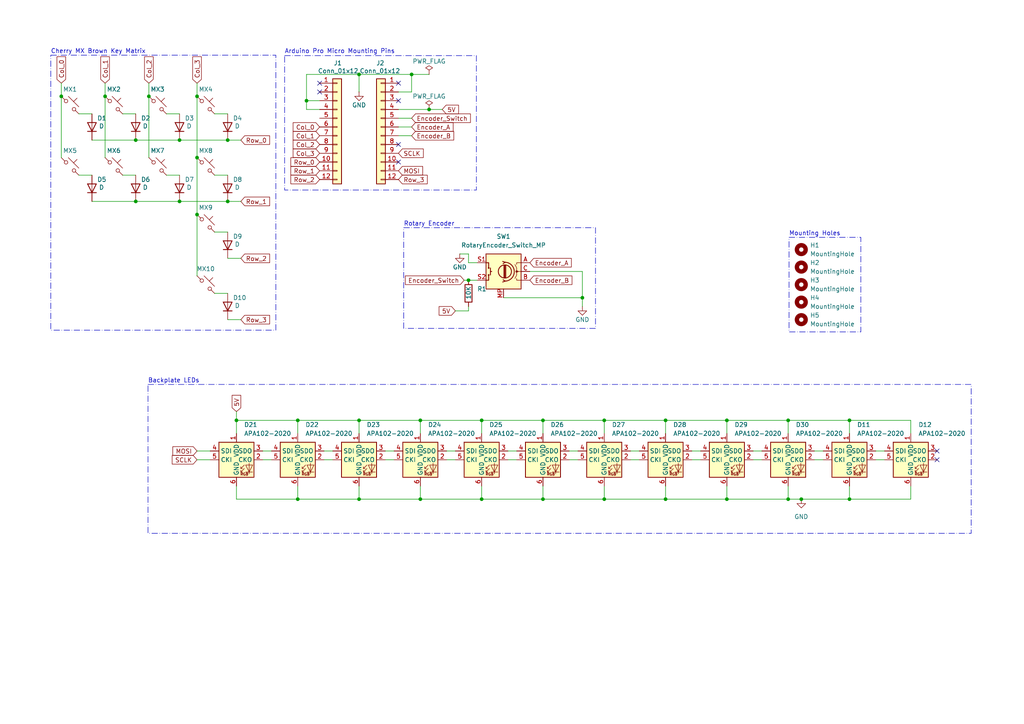
<source format=kicad_sch>
(kicad_sch (version 20231120) (generator "eeschema") (generator_version "8.0")
  (paper "A4")
  (lib_symbols
    (symbol "Connector_Generic:Conn_01x12" (pin_names (offset 1.016) hide)
      (property "Reference" "J" (at 0 15.24 0))
      (property "Value" "Conn_01x12" (at 0 -17.78 0))
      (symbol "Conn_01x12_1_1"
        (rectangle (start -1.27 -15.113) (end 0 -15.367) (stroke (width 0.1524)))
        (rectangle (start -1.27 -12.573) (end 0 -12.827) (stroke (width 0.1524)))
        (rectangle (start -1.27 -10.033) (end 0 -10.287) (stroke (width 0.1524)))
        (rectangle (start -1.27 -7.493) (end 0 -7.747) (stroke (width 0.1524)))
        (rectangle (start -1.27 -4.953) (end 0 -5.207) (stroke (width 0.1524)))
        (rectangle (start -1.27 -2.413) (end 0 -2.667) (stroke (width 0.1524)))
        (rectangle (start -1.27 0.127) (end 0 -0.127) (stroke (width 0.1524)))
        (rectangle (start -1.27 2.667) (end 0 2.413) (stroke (width 0.1524)))
        (rectangle (start -1.27 5.207) (end 0 4.953) (stroke (width 0.1524)))
        (rectangle (start -1.27 7.747) (end 0 7.493) (stroke (width 0.1524)))
        (rectangle (start -1.27 10.287) (end 0 10.033) (stroke (width 0.1524)))
        (rectangle (start -1.27 12.827) (end 0 12.573) (stroke (width 0.1524)))
        (rectangle (start -1.27 13.97) (end 1.27 -16.51) (stroke (width 0.254)) (fill (type background)))
        (pin passive line (at -5.08 12.7 0) (length 3.81) (name "Pin_1") (number "1"))
        (pin passive line (at -5.08 -10.16 0) (length 3.81) (name "Pin_10") (number "10"))
        (pin passive line (at -5.08 -12.7 0) (length 3.81) (name "Pin_11") (number "11"))
        (pin passive line (at -5.08 -15.24 0) (length 3.81) (name "Pin_12") (number "12"))
        (pin passive line (at -5.08 10.16 0) (length 3.81) (name "Pin_2") (number "2"))
        (pin passive line (at -5.08 7.62 0) (length 3.81) (name "Pin_3") (number "3"))
        (pin passive line (at -5.08 5.08 0) (length 3.81) (name "Pin_4") (number "4"))
        (pin passive line (at -5.08 2.54 0) (length 3.81) (name "Pin_5") (number "5"))
        (pin passive line (at -5.08 0 0) (length 3.81) (name "Pin_6") (number "6"))
        (pin passive line (at -5.08 -2.54 0) (length 3.81) (name "Pin_7") (number "7"))
        (pin passive line (at -5.08 -5.08 0) (length 3.81) (name "Pin_8") (number "8"))
        (pin passive line (at -5.08 -7.62 0) (length 3.81) (name "Pin_9") (number "9"))
      )
    )
    (symbol "Device:D" (pin_numbers hide) (pin_names (offset 1.016) hide)
      (property "Reference" "D" (at 0 2.54 0))
      (property "Value" "D" (at 0 -2.54 0))
      (symbol "D_0_1"
        (polyline (pts (xy -1.27 1.27) (xy -1.27 -1.27)) (stroke (width 0.254)))
        (polyline (pts (xy 1.27 0) (xy -1.27 0)))
        (polyline (pts (xy 1.27 1.27) (xy 1.27 -1.27) (xy -1.27 0) (xy 1.27 1.27)) (stroke (width 0.254)))
      )
      (symbol "D_1_1"
        (pin passive line (at -3.81 0 0) (length 2.54) (name "K") (number "1"))
        (pin passive line (at 3.81 0 180) (length 2.54) (name "A") (number "2"))
      )
    )
    (symbol "Device:R" (pin_numbers hide) (pin_names (offset 0))
      (property "Reference" "R" (at 2.032 0 90))
      (property "Value" "R" (at 0 0 90))
      (symbol "R_0_1"
        (rectangle (start -1.016 -2.54) (end 1.016 2.54) (stroke (width 0.254)))
      )
      (symbol "R_1_1"
        (pin passive line (at 0 3.81 270) (length 1.27) (name "~") (number "1"))
        (pin passive line (at 0 -3.81 90) (length 1.27) (name "~") (number "2"))
      )
    )
    (symbol "Device:RotaryEncoder_Switch_MP" (pin_names (offset 0.254) hide)
      (property "Reference" "SW" (at 0 8.89 0))
      (property "Value" "RotaryEncoder_Switch_MP" (at 0 6.35 0))
      (symbol "RotaryEncoder_Switch_MP_0_1"
        (rectangle (start -5.08 5.08) (end 5.08 -5.08) (stroke (width 0.254)) (fill (type background)))
        (circle (center -3.81 0) (radius 0.254) (fill (type outline)))
        (circle (center -0.381 0) (radius 1.905) (stroke (width 0.254)))
        (arc (start -0.381 2.667) (mid -3.0988 -0.0635) (end -0.381 -2.794) (stroke (width 0.254)))
        (polyline (pts (xy -0.635 -1.778) (xy -0.635 1.778)) (stroke (width 0.254)))
        (polyline (pts (xy -0.381 -1.778) (xy -0.381 1.778)) (stroke (width 0.254)))
        (polyline (pts (xy -0.127 1.778) (xy -0.127 -1.778)) (stroke (width 0.254)))
        (polyline (pts (xy 3.81 0) (xy 3.429 0)) (stroke (width 0.254)))
        (polyline (pts (xy 3.81 1.016) (xy 3.81 -1.016)) (stroke (width 0.254)))
        (polyline (pts (xy -5.08 -2.54) (xy -3.81 -2.54) (xy -3.81 -2.032)))
        (polyline (pts (xy -5.08 2.54) (xy -3.81 2.54) (xy -3.81 2.032)))
        (polyline (pts (xy 0.254 -3.048) (xy -0.508 -2.794) (xy 0.127 -2.413)) (stroke (width 0.254)))
        (polyline (pts (xy 0.254 2.921) (xy -0.508 2.667) (xy 0.127 2.286)) (stroke (width 0.254)))
        (polyline (pts (xy 5.08 -2.54) (xy 4.318 -2.54) (xy 4.318 -1.016)) (stroke (width 0.254)))
        (polyline (pts (xy 5.08 2.54) (xy 4.318 2.54) (xy 4.318 1.016)) (stroke (width 0.254)))
        (polyline (pts (xy -5.08 0) (xy -3.81 0) (xy -3.81 -1.016) (xy -3.302 -2.032)))
        (polyline (pts (xy -4.318 0) (xy -3.81 0) (xy -3.81 1.016) (xy -3.302 2.032)))
        (circle (center 4.318 -1.016) (radius 0.127) (stroke (width 0.254)))
        (circle (center 4.318 1.016) (radius 0.127) (stroke (width 0.254)))
      )
      (symbol "RotaryEncoder_Switch_MP_1_1"
        (pin passive line (at -7.62 2.54 0) (length 2.54) (name "A") (number "A"))
        (pin passive line (at -7.62 -2.54 0) (length 2.54) (name "B") (number "B"))
        (pin passive line (at -7.62 0 0) (length 2.54) (name "C") (number "C"))
        (pin passive line (at 0 -7.62 90) (length 2.54) (name "MP") (number "MP"))
        (pin passive line (at 7.62 2.54 180) (length 2.54) (name "S1") (number "S1"))
        (pin passive line (at 7.62 -2.54 180) (length 2.54) (name "S2") (number "S2"))
      )
    )
    (symbol "LED:APA102-2020"
      (property "Reference" "D" (at 5.08 5.715 0))
      (property "Value" "APA102-2020" (at 1.27 -5.715 0))
      (symbol "APA102-2020_0_0"
        (text "RGB" (at 2.286 -4.191 0) (effects (font (size 0.762 0.762))))
      )
      (symbol "APA102-2020_0_1"
        (polyline (pts (xy 1.27 -3.556) (xy 1.778 -3.556)))
        (polyline (pts (xy 1.27 -2.54) (xy 1.778 -2.54)))
        (polyline (pts (xy 4.699 -3.556) (xy 2.667 -3.556)))
        (polyline (pts (xy 2.286 -2.54) (xy 1.27 -3.556) (xy 1.27 -3.048)))
        (polyline (pts (xy 2.286 -1.524) (xy 1.27 -2.54) (xy 1.27 -2.032)))
        (polyline (pts (xy 3.683 -1.016) (xy 3.683 -3.556) (xy 3.683 -4.064)))
        (polyline (pts (xy 4.699 -1.524) (xy 2.667 -1.524) (xy 3.683 -3.556) (xy 4.699 -1.524)))
        (rectangle (start 5.08 5.08) (end -5.08 -5.08) (stroke (width 0.254)) (fill (type background)))
      )
      (symbol "APA102-2020_1_1"
        (pin power_in line (at 0 7.62 270) (length 2.54) (name "VDD") (number "1"))
        (pin output line (at 7.62 0 180) (length 2.54) (name "CKO") (number "2"))
        (pin output line (at 7.62 2.54 180) (length 2.54) (name "SDO") (number "3"))
        (pin input line (at -7.62 2.54 0) (length 2.54) (name "SDI") (number "4"))
        (pin input line (at -7.62 0 0) (length 2.54) (name "CKI") (number "5"))
        (pin power_in line (at 0 -7.62 90) (length 2.54) (name "GND") (number "6"))
      )
    )
    (symbol "Mechanical:MountingHole" (pin_names (offset 1.016)) (exclude_from_sim yes) (in_bom no)
      (property "Reference" "H" (at 0 5.08 0))
      (property "Value" "MountingHole" (at 0 3.175 0))
      (symbol "MountingHole_0_1"
        (circle (center 0 0) (radius 1.27) (stroke (width 1.27)))
      )
    )
    (symbol "PCM_marbastlib-mx:MX_SW_solder" (pin_numbers hide) (pin_names (offset 1.016) hide)
      (property "Reference" "MX" (at 3.048 1.016 0))
      (property "Value" "MX_SW_solder" (at 0 -3.81 0))
      (symbol "MX_SW_solder_0_1"
        (circle (center -1.1684 1.1684) (radius 0.508))
        (polyline (pts (xy -0.508 2.54) (xy 2.54 -0.508)))
        (polyline (pts (xy 1.016 1.016) (xy 2.032 2.032)))
        (polyline (pts (xy -2.54 2.54) (xy -1.524 1.524) (xy -1.524 1.524)))
        (polyline (pts (xy 1.524 -1.524) (xy 2.54 -2.54) (xy 2.54 -2.54) (xy 2.54 -2.54)))
        (circle (center 1.143 -1.1938) (radius 0.508))
        (pin passive line (at -2.54 2.54 0) (length 0) (name "1") (number "1"))
        (pin passive line (at 2.54 -2.54 180) (length 0) (name "2") (number "2"))
      )
    )
    (symbol "power:GND" (power) (pin_numbers hide) (pin_names (offset 0) hide)
      (property "Value" "GND" (at 0 -3.81 0))
      (symbol "GND_0_1"
        (polyline (pts (xy 0 0) (xy 0 -1.27) (xy 1.27 -1.27) (xy 0 -2.54) (xy -1.27 -1.27) (xy 0 -1.27)))
      )
      (symbol "GND_1_1"
        (pin power_in line (at 0 0 270) (length 0) (name "~") (number "1"))
      )
    )
    (symbol "power:PWR_FLAG" (power) (pin_numbers hide) (pin_names (offset 0) hide)
      (property "Value" "PWR_FLAG" (at 0 3.81 0))
      (symbol "PWR_FLAG_0_0"
        (pin power_out line (at 0 0 90) (length 0) (name "~") (number "1"))
      )
      (symbol "PWR_FLAG_0_1"
        (polyline (pts (xy 0 0) (xy 0 1.27) (xy -1.016 1.905) (xy 0 2.54) (xy 1.016 1.905) (xy 0 1.27)))
      )
    )
  )
  (junction (at 232.41 144.78))
  (junction (at 246.38 144.78))
  (junction (at 39.37 58.42))
  (junction (at 193.04 144.78))
  (junction (at 210.82 144.78))
  (junction (at 57.15 62.23))
  (junction (at 228.6 144.78))
  (junction (at 228.6 121.92))
  (junction (at 57.15 45.72))
  (junction (at 66.04 58.42))
  (junction (at 157.48 144.78))
  (junction (at 124.46 31.75))
  (junction (at 121.92 144.78))
  (junction (at 86.36 121.92))
  (junction (at 104.14 21.59))
  (junction (at 119.38 21.59))
  (junction (at 135.89 81.28))
  (junction (at 139.7 144.78))
  (junction (at 52.07 40.64))
  (junction (at 175.26 121.92))
  (junction (at 121.92 121.92))
  (junction (at 88.9 29.21))
  (junction (at 30.48 27.94))
  (junction (at 86.36 144.78))
  (junction (at 68.58 121.92))
  (junction (at 210.82 121.92))
  (junction (at 39.37 40.64))
  (junction (at 43.18 27.94))
  (junction (at 52.07 58.42))
  (junction (at 104.14 144.78))
  (junction (at 193.04 121.92))
  (junction (at 104.14 121.92))
  (junction (at 157.48 121.92))
  (junction (at 17.78 27.94))
  (junction (at 168.91 86.36))
  (junction (at 246.38 121.92))
  (junction (at 66.04 40.64))
  (junction (at 175.26 144.78))
  (junction (at 139.7 121.92))
  (junction (at 57.15 27.94))
  (no_connect (at 115.57 29.21))
  (no_connect (at 271.78 133.35))
  (no_connect (at 115.57 24.13))
  (no_connect (at 92.71 24.13))
  (no_connect (at 92.71 26.67))
  (no_connect (at 115.57 41.91))
  (no_connect (at 115.57 46.99))
  (no_connect (at 271.78 130.81))
  (wire (pts (xy 139.7 121.92) (xy 157.48 121.92)))
  (wire (pts (xy 86.36 121.92) (xy 104.14 121.92)))
  (wire (pts (xy 104.14 121.92) (xy 104.14 125.73)))
  (wire (pts (xy 62.23 50.8) (xy 66.04 50.8)))
  (wire (pts (xy 86.36 140.97) (xy 86.36 144.78)))
  (wire (pts (xy 66.04 58.42) (xy 69.85 58.42)))
  (wire (pts (xy 17.78 24.13) (xy 17.78 27.94)))
  (wire (pts (xy 119.38 21.59) (xy 124.46 21.59)))
  (wire (pts (xy 86.36 144.78) (xy 68.58 144.78)))
  (wire (pts (xy 264.16 125.73) (xy 264.16 121.92)))
  (wire (pts (xy 88.9 21.59) (xy 88.9 29.21)))
  (wire (pts (xy 175.26 121.92) (xy 193.04 121.92)))
  (wire (pts (xy 57.15 62.23) (xy 57.15 80.01)))
  (wire (pts (xy 48.26 33.02) (xy 52.07 33.02)))
  (wire (pts (xy 157.48 140.97) (xy 157.48 144.78)))
  (wire (pts (xy 121.92 140.97) (xy 121.92 144.78)))
  (wire (pts (xy 48.26 50.8) (xy 52.07 50.8)))
  (wire (pts (xy 66.04 74.93) (xy 69.85 74.93)))
  (wire (pts (xy 246.38 121.92) (xy 228.6 121.92)))
  (wire (pts (xy 115.57 31.75) (xy 124.46 31.75)))
  (wire (pts (xy 62.23 33.02) (xy 66.04 33.02)))
  (wire (pts (xy 228.6 121.92) (xy 228.6 125.73)))
  (wire (pts (xy 57.15 130.81) (xy 60.96 130.81)))
  (wire (pts (xy 210.82 144.78) (xy 228.6 144.78)))
  (wire (pts (xy 88.9 31.75) (xy 92.71 31.75)))
  (wire (pts (xy 210.82 140.97) (xy 210.82 144.78)))
  (wire (pts (xy 135.89 76.2) (xy 138.43 76.2)))
  (wire (pts (xy 88.9 29.21) (xy 88.9 31.75)))
  (wire (pts (xy 111.76 130.81) (xy 114.3 130.81)))
  (wire (pts (xy 153.67 78.74) (xy 168.91 78.74)))
  (wire (pts (xy 168.91 88.9) (xy 168.91 86.36)))
  (wire (pts (xy 104.14 144.78) (xy 86.36 144.78)))
  (wire (pts (xy 115.57 36.83) (xy 119.38 36.83)))
  (wire (pts (xy 139.7 121.92) (xy 139.7 125.73)))
  (wire (pts (xy 232.41 144.78) (xy 246.38 144.78)))
  (wire (pts (xy 35.56 50.8) (xy 39.37 50.8)))
  (wire (pts (xy 146.05 86.36) (xy 168.91 86.36)))
  (wire (pts (xy 104.14 140.97) (xy 104.14 144.78)))
  (wire (pts (xy 35.56 33.02) (xy 39.37 33.02)))
  (wire (pts (xy 119.38 26.67) (xy 115.57 26.67)))
  (wire (pts (xy 76.2 130.81) (xy 78.74 130.81)))
  (wire (pts (xy 246.38 140.97) (xy 246.38 144.78)))
  (wire (pts (xy 115.57 39.37) (xy 119.38 39.37)))
  (wire (pts (xy 62.23 85.09) (xy 66.04 85.09)))
  (wire (pts (xy 129.54 133.35) (xy 132.08 133.35)))
  (wire (pts (xy 30.48 24.13) (xy 30.48 27.94)))
  (wire (pts (xy 26.67 40.64) (xy 39.37 40.64)))
  (wire (pts (xy 157.48 144.78) (xy 175.26 144.78)))
  (wire (pts (xy 138.43 81.28) (xy 135.89 81.28)))
  (wire (pts (xy 236.22 133.35) (xy 238.76 133.35)))
  (wire (pts (xy 132.08 90.17) (xy 135.89 90.17)))
  (wire (pts (xy 68.58 121.92) (xy 68.58 125.73)))
  (wire (pts (xy 157.48 121.92) (xy 175.26 121.92)))
  (wire (pts (xy 93.98 130.81) (xy 96.52 130.81)))
  (wire (pts (xy 139.7 140.97) (xy 139.7 144.78)))
  (wire (pts (xy 43.18 24.13) (xy 43.18 27.94)))
  (wire (pts (xy 119.38 21.59) (xy 119.38 26.67)))
  (wire (pts (xy 218.44 130.81) (xy 220.98 130.81)))
  (wire (pts (xy 66.04 40.64) (xy 69.85 40.64)))
  (wire (pts (xy 228.6 144.78) (xy 228.6 140.97)))
  (wire (pts (xy 68.58 119.38) (xy 68.58 121.92)))
  (wire (pts (xy 26.67 58.42) (xy 39.37 58.42)))
  (wire (pts (xy 210.82 121.92) (xy 210.82 125.73)))
  (wire (pts (xy 121.92 121.92) (xy 139.7 121.92)))
  (wire (pts (xy 124.46 31.75) (xy 128.27 31.75)))
  (wire (pts (xy 147.32 133.35) (xy 149.86 133.35)))
  (wire (pts (xy 86.36 121.92) (xy 86.36 125.73)))
  (wire (pts (xy 175.26 144.78) (xy 193.04 144.78)))
  (wire (pts (xy 121.92 144.78) (xy 139.7 144.78)))
  (wire (pts (xy 135.89 88.9) (xy 135.89 90.17)))
  (wire (pts (xy 193.04 144.78) (xy 210.82 144.78)))
  (wire (pts (xy 22.86 50.8) (xy 26.67 50.8)))
  (wire (pts (xy 254 130.81) (xy 256.54 130.81)))
  (wire (pts (xy 200.66 133.35) (xy 203.2 133.35)))
  (wire (pts (xy 39.37 40.64) (xy 52.07 40.64)))
  (wire (pts (xy 165.1 133.35) (xy 167.64 133.35)))
  (wire (pts (xy 52.07 40.64) (xy 66.04 40.64)))
  (wire (pts (xy 62.23 67.31) (xy 66.04 67.31)))
  (wire (pts (xy 210.82 121.92) (xy 228.6 121.92)))
  (wire (pts (xy 165.1 130.81) (xy 167.64 130.81)))
  (wire (pts (xy 193.04 121.92) (xy 210.82 121.92)))
  (wire (pts (xy 68.58 121.92) (xy 86.36 121.92)))
  (wire (pts (xy 39.37 58.42) (xy 52.07 58.42)))
  (wire (pts (xy 193.04 121.92) (xy 193.04 125.73)))
  (wire (pts (xy 236.22 130.81) (xy 238.76 130.81)))
  (wire (pts (xy 76.2 133.35) (xy 78.74 133.35)))
  (wire (pts (xy 57.15 27.94) (xy 57.15 45.72)))
  (wire (pts (xy 30.48 27.94) (xy 30.48 45.72)))
  (wire (pts (xy 264.16 121.92) (xy 246.38 121.92)))
  (wire (pts (xy 246.38 144.78) (xy 264.16 144.78)))
  (wire (pts (xy 175.26 121.92) (xy 175.26 125.73)))
  (wire (pts (xy 68.58 140.97) (xy 68.58 144.78)))
  (wire (pts (xy 104.14 121.92) (xy 121.92 121.92)))
  (wire (pts (xy 175.26 140.97) (xy 175.26 144.78)))
  (wire (pts (xy 57.15 133.35) (xy 60.96 133.35)))
  (wire (pts (xy 57.15 24.13) (xy 57.15 27.94)))
  (wire (pts (xy 200.66 130.81) (xy 203.2 130.81)))
  (wire (pts (xy 193.04 140.97) (xy 193.04 144.78)))
  (wire (pts (xy 57.15 45.72) (xy 57.15 62.23)))
  (wire (pts (xy 43.18 27.94) (xy 43.18 45.72)))
  (wire (pts (xy 17.78 27.94) (xy 17.78 45.72)))
  (wire (pts (xy 147.32 130.81) (xy 149.86 130.81)))
  (wire (pts (xy 133.35 73.66) (xy 135.89 73.66)))
  (wire (pts (xy 139.7 144.78) (xy 157.48 144.78)))
  (wire (pts (xy 111.76 133.35) (xy 114.3 133.35)))
  (wire (pts (xy 104.14 21.59) (xy 88.9 21.59)))
  (wire (pts (xy 93.98 133.35) (xy 96.52 133.35)))
  (wire (pts (xy 264.16 144.78) (xy 264.16 140.97)))
  (wire (pts (xy 119.38 21.59) (xy 104.14 21.59)))
  (wire (pts (xy 182.88 133.35) (xy 185.42 133.35)))
  (wire (pts (xy 52.07 58.42) (xy 66.04 58.42)))
  (wire (pts (xy 104.14 21.59) (xy 104.14 26.67)))
  (wire (pts (xy 168.91 78.74) (xy 168.91 86.36)))
  (wire (pts (xy 88.9 29.21) (xy 92.71 29.21)))
  (wire (pts (xy 129.54 130.81) (xy 132.08 130.81)))
  (wire (pts (xy 22.86 33.02) (xy 26.67 33.02)))
  (wire (pts (xy 254 133.35) (xy 256.54 133.35)))
  (wire (pts (xy 228.6 144.78) (xy 232.41 144.78)))
  (wire (pts (xy 121.92 121.92) (xy 121.92 125.73)))
  (wire (pts (xy 218.44 133.35) (xy 220.98 133.35)))
  (wire (pts (xy 135.89 81.28) (xy 134.62 81.28)))
  (wire (pts (xy 182.88 130.81) (xy 185.42 130.81)))
  (wire (pts (xy 121.92 144.78) (xy 104.14 144.78)))
  (wire (pts (xy 115.57 34.29) (xy 119.38 34.29)))
  (wire (pts (xy 246.38 121.92) (xy 246.38 125.73)))
  (wire (pts (xy 135.89 73.66) (xy 135.89 76.2)))
  (wire (pts (xy 66.04 92.71) (xy 69.85 92.71)))
  (wire (pts (xy 157.48 121.92) (xy 157.48 125.73)))
  (rectangle (start 228.854 68.834) (end 249.682 96.266) (stroke (width 0) (type dash_dot)))
  (rectangle (start 82.55 16.129) (end 138.176 55.118) (stroke (width 0) (type dash_dot)))
  (rectangle (start 42.926 111.506) (end 281.686 154.686) (stroke (width 0) (type dash_dot)))
  (rectangle (start 117.094 66.04) (end 172.72 95.25) (stroke (width 0) (type dash_dot)))
  (rectangle (start 14.732 16.002) (end 80.01 95.758) (stroke (width 0) (type dash_dot)))
  (text "Arduino Pro Micro Mounting Pins" (at 82.55 14.986 0) (effects (font (size 1.27 1.27)) (justify left)))
  (text "Backplate LEDs" (at 42.926 110.49 0) (effects (font (size 1.27 1.27)) (justify left)))
  (text "Cherry MX Brown Key Matrix" (at 14.732 14.986 0) (effects (font (size 1.27 1.27)) (justify left)))
  (text "Mounting Holes" (at 228.854 67.818 0) (effects (font (size 1.27 1.27)) (justify left)))
  (text "Rotary Encoder \n" (at 117.094 65.024 0) (effects (font (size 1.27 1.27)) (justify left)))
  (global_label "Row_0" (shape input) (at 69.85 40.64 0) (property "Intersheetrefs" "${INTERSHEET_REFS}" (effects (hide yes))))
  (global_label "Col_3" (shape input) (at 57.15 24.13 90) (property "Intersheetrefs" "${INTERSHEET_REFS}" (effects (hide yes))))
  (global_label "Encoder_Switch" (shape input) (at 119.38 34.29 0) (property "Intersheetrefs" "${INTERSHEET_REFS}" (effects (hide yes))))
  (global_label "Col_3" (shape input) (at 92.71 44.45 180) (property "Intersheetrefs" "${INTERSHEET_REFS}" (effects (hide yes))))
  (global_label "MOSI" (shape input) (at 57.15 130.81 180) (property "Intersheetrefs" "${INTERSHEET_REFS}" (effects (hide yes))))
  (global_label "Row_3" (shape input) (at 69.85 92.71 0) (property "Intersheetrefs" "${INTERSHEET_REFS}" (effects (hide yes))))
  (global_label "MOSI" (shape input) (at 115.57 49.53 0) (property "Intersheetrefs" "${INTERSHEET_REFS}" (effects (hide yes))))
  (global_label "Row_1" (shape input) (at 69.85 58.42 0) (property "Intersheetrefs" "${INTERSHEET_REFS}" (effects (hide yes))))
  (global_label "Encoder_A" (shape input) (at 153.67 76.2 0) (property "Intersheetrefs" "${INTERSHEET_REFS}" (effects (hide yes))))
  (global_label "Row_0" (shape input) (at 92.71 46.99 180) (property "Intersheetrefs" "${INTERSHEET_REFS}" (effects (hide yes))))
  (global_label "Col_2" (shape input) (at 43.18 24.13 90) (property "Intersheetrefs" "${INTERSHEET_REFS}" (effects (hide yes))))
  (global_label "5V" (shape input) (at 132.08 90.17 180) (property "Intersheetrefs" "${INTERSHEET_REFS}" (effects (hide yes))))
  (global_label "SCLK" (shape input) (at 115.57 44.45 0) (property "Intersheetrefs" "${INTERSHEET_REFS}" (effects (hide yes))))
  (global_label "Encoder_Switch" (shape input) (at 134.62 81.28 180) (property "Intersheetrefs" "${INTERSHEET_REFS}" (effects (hide yes))))
  (global_label "Col_0" (shape input) (at 17.78 24.13 90) (property "Intersheetrefs" "${INTERSHEET_REFS}" (effects (hide yes))))
  (global_label "Col_2" (shape input) (at 92.71 41.91 180) (property "Intersheetrefs" "${INTERSHEET_REFS}" (effects (hide yes))))
  (global_label "Row_2" (shape input) (at 69.85 74.93 0) (property "Intersheetrefs" "${INTERSHEET_REFS}" (effects (hide yes))))
  (global_label "Encoder_B" (shape input) (at 153.67 81.28 0) (property "Intersheetrefs" "${INTERSHEET_REFS}" (effects (hide yes))))
  (global_label "Col_1" (shape input) (at 92.71 39.37 180) (property "Intersheetrefs" "${INTERSHEET_REFS}" (effects (hide yes))))
  (global_label "Row_3" (shape input) (at 115.57 52.07 0) (property "Intersheetrefs" "${INTERSHEET_REFS}" (effects (hide yes))))
  (global_label "Encoder_A" (shape input) (at 119.38 36.83 0) (property "Intersheetrefs" "${INTERSHEET_REFS}" (effects (hide yes))))
  (global_label "5V" (shape input) (at 128.27 31.75 0) (property "Intersheetrefs" "${INTERSHEET_REFS}" (effects (hide yes))))
  (global_label "Row_1" (shape input) (at 92.71 49.53 180) (property "Intersheetrefs" "${INTERSHEET_REFS}" (effects (hide yes))))
  (global_label "5V" (shape input) (at 68.58 119.38 90) (property "Intersheetrefs" "${INTERSHEET_REFS}" (effects (hide yes))))
  (global_label "Encoder_B" (shape input) (at 119.38 39.37 0) (property "Intersheetrefs" "${INTERSHEET_REFS}" (effects (hide yes))))
  (global_label "Row_2" (shape input) (at 92.71 52.07 180) (property "Intersheetrefs" "${INTERSHEET_REFS}" (effects (hide yes))))
  (global_label "SCLK" (shape input) (at 57.15 133.35 180) (property "Intersheetrefs" "${INTERSHEET_REFS}" (effects (hide yes))))
  (global_label "Col_0" (shape input) (at 92.71 36.83 180) (property "Intersheetrefs" "${INTERSHEET_REFS}" (effects (hide yes))))
  (global_label "Col_1" (shape input) (at 30.48 24.13 90) (property "Intersheetrefs" "${INTERSHEET_REFS}" (effects (hide yes))))
  (symbol (lib_id "LED:APA102-2020") (at 104.14 133.35 0) (unit 1)
    (property "Reference" "D23" (at 106.3341 123.19 0) (effects (justify left)))
    (property "Value" "APA102-2020" (at 106.3341 125.73 0) (effects (justify left)))
    (property "Footprint" "LED_SMD:LED-APA102-2020" (effects (hide yes)))
    (property "Datasheet" "http://www.led-color.com/upload/201604/APA102-2020%20SMD%20LED.pdf" (effects (hide yes)))
    (property "Description" "RGB LED with integrated controller" (effects (hide yes)))
  )
  (symbol (lib_id "LED:APA102-2020") (at 175.26 133.35 0) (unit 1)
    (property "Reference" "D27" (at 177.4541 123.19 0) (effects (justify left)))
    (property "Value" "APA102-2020" (at 177.4541 125.73 0) (effects (justify left)))
    (property "Footprint" "LED_SMD:LED-APA102-2020" (effects (hide yes)))
    (property "Datasheet" "http://www.led-color.com/upload/201604/APA102-2020%20SMD%20LED.pdf" (effects (hide yes)))
    (property "Description" "RGB LED with integrated controller" (effects (hide yes)))
  )
  (symbol (lib_id "LED:APA102-2020") (at 68.58 133.35 0) (unit 1)
    (property "Reference" "D21" (at 70.7741 123.19 0) (effects (justify left)))
    (property "Value" "APA102-2020" (at 70.7741 125.73 0) (effects (justify left)))
    (property "Footprint" "LED_SMD:LED-APA102-2020" (effects (hide yes)))
    (property "Datasheet" "http://www.led-color.com/upload/201604/APA102-2020%20SMD%20LED.pdf" (effects (hide yes)))
    (property "Description" "RGB LED with integrated controller" (effects (hide yes)))
  )
  (symbol (lib_id "PCM_marbastlib-mx:MX_SW_solder") (at 33.02 30.48 0) (unit 1)
    (property "Reference" "MX2" (at 33.02 25.908 0))
    (property "Value" "MX_SW_solder" (effects (hide yes)))
    (property "Footprint" "PCM_marbastlib-mx:SW_MX_1u" (effects (hide yes)))
    (property "Description" "Push button switch, normally open, two pins, 45° tilted" (effects (hide yes)))
  )
  (symbol (lib_id "PCM_marbastlib-mx:MX_SW_solder") (at 59.69 30.48 0) (unit 1)
    (property "Reference" "MX4" (at 59.69 25.908 0))
    (property "Value" "MX_SW_solder" (effects (hide yes)))
    (property "Footprint" "PCM_marbastlib-mx:SW_MX_1u" (effects (hide yes)))
    (property "Description" "Push button switch, normally open, two pins, 45° tilted" (effects (hide yes)))
  )
  (symbol (lib_id "power:GND") (at 232.41 144.78 0) (unit 1)
    (property "Reference" "#PWR05" (effects (hide yes)))
    (property "Value" "GND" (at 232.41 149.86 0))
    (property "Description" "Power symbol creates a global label with name \"GND\" , ground" (effects (hide yes)))
  )
  (symbol (lib_id "Device:D") (at 66.04 71.12 90) (unit 1)
    (property "Reference" "D9" (at 67.564 68.58 90) (effects (justify right)))
    (property "Value" "D" (at 68.072 70.866 90) (effects (justify right)))
    (property "Footprint" "Diode_THT:D_A-405_P7.62mm_Horizontal" (effects (hide yes)))
    (property "Description" "Diode" (effects (hide yes)))
    (property "Sim.Device" "D" (effects (hide yes)))
    (property "Sim.Pins" "1=K 2=A" (effects (hide yes)))
  )
  (symbol (lib_id "Device:D") (at 39.37 54.61 90) (unit 1)
    (property "Reference" "D6" (at 40.894 52.07 90) (effects (justify right)))
    (property "Value" "D" (at 41.402 54.356 90) (effects (justify right)))
    (property "Footprint" "Diode_THT:D_A-405_P7.62mm_Horizontal" (effects (hide yes)))
    (property "Description" "Diode" (effects (hide yes)))
    (property "Sim.Device" "D" (effects (hide yes)))
    (property "Sim.Pins" "1=K 2=A" (effects (hide yes)))
  )
  (symbol (lib_id "LED:APA102-2020") (at 157.48 133.35 0) (unit 1)
    (property "Reference" "D26" (at 159.6741 123.19 0) (effects (justify left)))
    (property "Value" "APA102-2020" (at 159.6741 125.73 0) (effects (justify left)))
    (property "Footprint" "LED_SMD:LED-APA102-2020" (effects (hide yes)))
    (property "Datasheet" "http://www.led-color.com/upload/201604/APA102-2020%20SMD%20LED.pdf" (effects (hide yes)))
    (property "Description" "RGB LED with integrated controller" (effects (hide yes)))
  )
  (symbol (lib_id "PCM_marbastlib-mx:MX_SW_solder") (at 20.32 30.48 0) (unit 1)
    (property "Reference" "MX1" (at 20.32 25.908 0))
    (property "Value" "MX_SW_solder" (effects (hide yes)))
    (property "Footprint" "PCM_marbastlib-mx:SW_MX_1u" (effects (hide yes)))
    (property "Description" "Push button switch, normally open, two pins, 45° tilted" (effects (hide yes)))
  )
  (symbol (lib_id "power:PWR_FLAG") (at 124.46 31.75 0) (unit 1)
    (property "Reference" "#FLG02" (effects (hide yes)))
    (property "Value" "PWR_FLAG" (at 124.46 27.94 0))
    (property "Description" "Special symbol for telling ERC where power comes from" (effects (hide yes)))
  )
  (symbol (lib_id "LED:APA102-2020") (at 139.7 133.35 0) (unit 1)
    (property "Reference" "D25" (at 141.8941 123.19 0) (effects (justify left)))
    (property "Value" "APA102-2020" (at 141.8941 125.73 0) (effects (justify left)))
    (property "Footprint" "LED_SMD:LED-APA102-2020" (effects (hide yes)))
    (property "Datasheet" "http://www.led-color.com/upload/201604/APA102-2020%20SMD%20LED.pdf" (effects (hide yes)))
    (property "Description" "RGB LED with integrated controller" (effects (hide yes)))
  )
  (symbol (lib_id "Connector_Generic:Conn_01x12") (at 97.79 36.83 0) (unit 1)
    (property "Reference" "J1" (at 96.774 18.288 0) (effects (justify left)))
    (property "Value" "Conn_01x12" (at 92.202 20.574 0) (effects (justify left)))
    (property "Footprint" "Connector_PinHeader_2.54mm:PinHeader_1x12_P2.54mm_Vertical" (effects (hide yes)))
    (property "Description" "Generic connector, single row, 01x12, script generated (kicad-library-utils/schlib/autogen/connector/)" (effects (hide yes)))
  )
  (symbol (lib_id "power:GND") (at 104.14 26.67 0) (mirror y) (unit 1)
    (property "Reference" "#PWR01" (effects (hide yes)))
    (property "Value" "GND" (at 104.14 30.48 0))
    (property "Description" "Power symbol creates a global label with name \"GND\" , ground" (effects (hide yes)))
  )
  (symbol (lib_id "Device:RotaryEncoder_Switch_MP") (at 146.05 78.74 0) (mirror y) (unit 1)
    (property "Reference" "SW1" (at 146.05 68.58 0))
    (property "Value" "RotaryEncoder_Switch_MP" (at 146.05 71.12 0))
    (property "Footprint" "Rotary_Encoder:RotaryEncoder_Alps_EC12E-Switch_Vertical_H20mm" (effects (hide yes)))
    (property "Description" "Rotary encoder, dual channel, incremental quadrate outputs, with switch and MP Pin" (effects (hide yes)))
  )
  (symbol (lib_id "LED:APA102-2020") (at 228.6 133.35 0) (unit 1)
    (property "Reference" "D30" (at 230.7941 123.19 0) (effects (justify left)))
    (property "Value" "APA102-2020" (at 230.7941 125.73 0) (effects (justify left)))
    (property "Footprint" "LED_SMD:LED-APA102-2020" (effects (hide yes)))
    (property "Datasheet" "http://www.led-color.com/upload/201604/APA102-2020%20SMD%20LED.pdf" (effects (hide yes)))
    (property "Description" "RGB LED with integrated controller" (effects (hide yes)))
  )
  (symbol (lib_id "LED:APA102-2020") (at 246.38 133.35 0) (unit 1)
    (property "Reference" "D11" (at 248.5741 123.19 0) (effects (justify left)))
    (property "Value" "APA102-2020" (at 248.5741 125.73 0) (effects (justify left)))
    (property "Footprint" "LED_SMD:LED-APA102-2020" (effects (hide yes)))
    (property "Datasheet" "http://www.led-color.com/upload/201604/APA102-2020%20SMD%20LED.pdf" (effects (hide yes)))
    (property "Description" "RGB LED with integrated controller" (effects (hide yes)))
  )
  (symbol (lib_id "Mechanical:MountingHole") (at 232.41 92.71 0) (unit 1) (exclude_from_sim yes) (in_bom no)
    (property "Reference" "H5" (at 234.95 91.4399 0) (effects (justify left)))
    (property "Value" "MountingHole" (at 234.95 93.9799 0) (effects (justify left)))
    (property "Footprint" "MountingHole:MountingHole_3.2mm_M3" (effects (hide yes)))
    (property "Description" "Mounting Hole without connection" (effects (hide yes)))
  )
  (symbol (lib_id "PCM_marbastlib-mx:MX_SW_solder") (at 45.72 30.48 0) (unit 1)
    (property "Reference" "MX3" (at 45.72 25.908 0))
    (property "Value" "MX_SW_solder" (effects (hide yes)))
    (property "Footprint" "PCM_marbastlib-mx:SW_MX_1u" (effects (hide yes)))
    (property "Description" "Push button switch, normally open, two pins, 45° tilted" (effects (hide yes)))
  )
  (symbol (lib_id "PCM_marbastlib-mx:MX_SW_solder") (at 59.69 48.26 0) (unit 1)
    (property "Reference" "MX8" (at 59.69 43.688 0))
    (property "Value" "MX_SW_solder" (effects (hide yes)))
    (property "Footprint" "PCM_marbastlib-mx:SW_MX_1u" (effects (hide yes)))
    (property "Description" "Push button switch, normally open, two pins, 45° tilted" (effects (hide yes)))
  )
  (symbol (lib_id "Mechanical:MountingHole") (at 232.41 82.55 0) (unit 1) (exclude_from_sim yes) (in_bom no)
    (property "Reference" "H3" (at 234.95 81.2799 0) (effects (justify left)))
    (property "Value" "MountingHole" (at 234.95 83.8199 0) (effects (justify left)))
    (property "Footprint" "MountingHole:MountingHole_3.2mm_M3" (effects (hide yes)))
    (property "Description" "Mounting Hole without connection" (effects (hide yes)))
  )
  (symbol (lib_id "PCM_marbastlib-mx:MX_SW_solder") (at 59.69 82.55 0) (unit 1)
    (property "Reference" "MX10" (at 59.69 77.978 0))
    (property "Value" "MX_SW_solder" (effects (hide yes)))
    (property "Footprint" "PCM_marbastlib-mx:SW_MX_1u" (effects (hide yes)))
    (property "Description" "Push button switch, normally open, two pins, 45° tilted" (effects (hide yes)))
  )
  (symbol (lib_id "Device:D") (at 26.67 54.61 90) (unit 1)
    (property "Reference" "D5" (at 28.194 52.07 90) (effects (justify right)))
    (property "Value" "D" (at 28.702 54.356 90) (effects (justify right)))
    (property "Footprint" "Diode_THT:D_A-405_P7.62mm_Horizontal" (effects (hide yes)))
    (property "Description" "Diode" (effects (hide yes)))
    (property "Sim.Device" "D" (effects (hide yes)))
    (property "Sim.Pins" "1=K 2=A" (effects (hide yes)))
  )
  (symbol (lib_id "PCM_marbastlib-mx:MX_SW_solder") (at 59.69 64.77 0) (unit 1)
    (property "Reference" "MX9" (at 59.69 60.198 0))
    (property "Value" "MX_SW_solder" (effects (hide yes)))
    (property "Footprint" "PCM_marbastlib-mx:SW_MX_1u" (effects (hide yes)))
    (property "Description" "Push button switch, normally open, two pins, 45° tilted" (effects (hide yes)))
  )
  (symbol (lib_id "LED:APA102-2020") (at 121.92 133.35 0) (unit 1)
    (property "Reference" "D24" (at 124.1141 123.19 0) (effects (justify left)))
    (property "Value" "APA102-2020" (at 124.1141 125.73 0) (effects (justify left)))
    (property "Footprint" "LED_SMD:LED-APA102-2020" (effects (hide yes)))
    (property "Datasheet" "http://www.led-color.com/upload/201604/APA102-2020%20SMD%20LED.pdf" (effects (hide yes)))
    (property "Description" "RGB LED with integrated controller" (effects (hide yes)))
  )
  (symbol (lib_id "Device:D") (at 52.07 36.83 90) (unit 1)
    (property "Reference" "D3" (at 53.594 34.29 90) (effects (justify right)))
    (property "Value" "D" (at 54.102 36.576 90) (effects (justify right)))
    (property "Footprint" "Diode_THT:D_A-405_P7.62mm_Horizontal" (effects (hide yes)))
    (property "Description" "Diode" (effects (hide yes)))
    (property "Sim.Device" "D" (effects (hide yes)))
    (property "Sim.Pins" "1=K 2=A" (effects (hide yes)))
  )
  (symbol (lib_id "power:PWR_FLAG") (at 124.46 21.59 0) (unit 1)
    (property "Reference" "#FLG01" (effects (hide yes)))
    (property "Value" "PWR_FLAG" (at 124.46 17.78 0))
    (property "Description" "Special symbol for telling ERC where power comes from" (effects (hide yes)))
  )
  (symbol (lib_id "LED:APA102-2020") (at 264.16 133.35 0) (unit 1)
    (property "Reference" "D12" (at 266.3541 123.19 0) (effects (justify left)))
    (property "Value" "APA102-2020" (at 266.3541 125.73 0) (effects (justify left)))
    (property "Footprint" "LED_SMD:LED-APA102-2020" (effects (hide yes)))
    (property "Datasheet" "http://www.led-color.com/upload/201604/APA102-2020%20SMD%20LED.pdf" (effects (hide yes)))
    (property "Description" "RGB LED with integrated controller" (effects (hide yes)))
  )
  (symbol (lib_id "PCM_marbastlib-mx:MX_SW_solder") (at 33.02 48.26 0) (unit 1)
    (property "Reference" "MX6" (at 33.02 43.688 0))
    (property "Value" "MX_SW_solder" (effects (hide yes)))
    (property "Footprint" "PCM_marbastlib-mx:SW_MX_1u" (effects (hide yes)))
    (property "Description" "Push button switch, normally open, two pins, 45° tilted" (effects (hide yes)))
  )
  (symbol (lib_id "Connector_Generic:Conn_01x12") (at 110.49 36.83 0) (mirror y) (unit 1)
    (property "Reference" "J2" (at 111.506 18.288 0) (effects (justify left)))
    (property "Value" "Conn_01x12" (at 116.078 20.574 0) (effects (justify left)))
    (property "Footprint" "Connector_PinHeader_2.54mm:PinHeader_1x12_P2.54mm_Vertical" (effects (hide yes)))
    (property "Description" "Generic connector, single row, 01x12, script generated (kicad-library-utils/schlib/autogen/connector/)" (effects (hide yes)))
  )
  (symbol (lib_id "PCM_marbastlib-mx:MX_SW_solder") (at 45.72 48.26 0) (unit 1)
    (property "Reference" "MX7" (at 45.72 43.688 0))
    (property "Value" "MX_SW_solder" (effects (hide yes)))
    (property "Footprint" "PCM_marbastlib-mx:SW_MX_1u" (effects (hide yes)))
    (property "Description" "Push button switch, normally open, two pins, 45° tilted" (effects (hide yes)))
  )
  (symbol (lib_id "LED:APA102-2020") (at 193.04 133.35 0) (unit 1)
    (property "Reference" "D28" (at 195.2341 123.19 0) (effects (justify left)))
    (property "Value" "APA102-2020" (at 195.2341 125.73 0) (effects (justify left)))
    (property "Footprint" "LED_SMD:LED-APA102-2020" (effects (hide yes)))
    (property "Datasheet" "http://www.led-color.com/upload/201604/APA102-2020%20SMD%20LED.pdf" (effects (hide yes)))
    (property "Description" "RGB LED with integrated controller" (effects (hide yes)))
  )
  (symbol (lib_id "Device:D") (at 66.04 54.61 90) (unit 1)
    (property "Reference" "D8" (at 67.564 52.07 90) (effects (justify right)))
    (property "Value" "D" (at 68.072 54.356 90) (effects (justify right)))
    (property "Footprint" "Diode_THT:D_A-405_P7.62mm_Horizontal" (effects (hide yes)))
    (property "Description" "Diode" (effects (hide yes)))
    (property "Sim.Device" "D" (effects (hide yes)))
    (property "Sim.Pins" "1=K 2=A" (effects (hide yes)))
  )
  (symbol (lib_id "Device:D") (at 66.04 88.9 90) (unit 1)
    (property "Reference" "D10" (at 67.564 86.36 90) (effects (justify right)))
    (property "Value" "D" (at 68.072 88.646 90) (effects (justify right)))
    (property "Footprint" "Diode_THT:D_A-405_P7.62mm_Horizontal" (effects (hide yes)))
    (property "Description" "Diode" (effects (hide yes)))
    (property "Sim.Device" "D" (effects (hide yes)))
    (property "Sim.Pins" "1=K 2=A" (effects (hide yes)))
  )
  (symbol (lib_id "Device:R") (at 135.89 85.09 0) (unit 1)
    (property "Reference" "R1" (at 138.43 83.8199 0) (effects (justify left)))
    (property "Value" "10K" (at 135.89 86.868 90) (effects (justify left)))
    (property "Footprint" "Resistor_SMD:R_0603_1608Metric_Pad0.98x0.95mm_HandSolder" (effects (hide yes)))
    (property "Description" "Resistor" (effects (hide yes)))
  )
  (symbol (lib_id "power:GND") (at 168.91 88.9 0) (mirror y) (unit 1)
    (property "Reference" "#PWR03" (effects (hide yes)))
    (property "Value" "GND" (at 168.91 92.71 0))
    (property "Description" "Power symbol creates a global label with name \"GND\" , ground" (effects (hide yes)))
  )
  (symbol (lib_id "Mechanical:MountingHole") (at 232.41 87.63 0) (unit 1) (exclude_from_sim yes) (in_bom no)
    (property "Reference" "H4" (at 234.95 86.3599 0) (effects (justify left)))
    (property "Value" "MountingHole" (at 234.95 88.8999 0) (effects (justify left)))
    (property "Footprint" "MountingHole:MountingHole_3.2mm_M3" (effects (hide yes)))
    (property "Description" "Mounting Hole without connection" (effects (hide yes)))
  )
  (symbol (lib_id "Device:D") (at 66.04 36.83 90) (unit 1)
    (property "Reference" "D4" (at 67.564 34.29 90) (effects (justify right)))
    (property "Value" "D" (at 68.072 36.576 90) (effects (justify right)))
    (property "Footprint" "Diode_THT:D_A-405_P7.62mm_Horizontal" (effects (hide yes)))
    (property "Description" "Diode" (effects (hide yes)))
    (property "Sim.Device" "D" (effects (hide yes)))
    (property "Sim.Pins" "1=K 2=A" (effects (hide yes)))
  )
  (symbol (lib_id "Mechanical:MountingHole") (at 232.41 72.39 0) (unit 1) (exclude_from_sim yes) (in_bom no)
    (property "Reference" "H1" (at 234.95 71.1199 0) (effects (justify left)))
    (property "Value" "MountingHole" (at 234.95 73.6599 0) (effects (justify left)))
    (property "Footprint" "MountingHole:MountingHole_3.2mm_M3" (effects (hide yes)))
    (property "Description" "Mounting Hole without connection" (effects (hide yes)))
  )
  (symbol (lib_id "Device:D") (at 26.67 36.83 90) (unit 1)
    (property "Reference" "D1" (at 28.194 34.29 90) (effects (justify right)))
    (property "Value" "D" (at 28.702 36.576 90) (effects (justify right)))
    (property "Footprint" "Diode_THT:D_A-405_P7.62mm_Horizontal" (effects (hide yes)))
    (property "Description" "Diode" (effects (hide yes)))
    (property "Sim.Device" "D" (effects (hide yes)))
    (property "Sim.Pins" "1=K 2=A" (effects (hide yes)))
  )
  (symbol (lib_id "LED:APA102-2020") (at 210.82 133.35 0) (unit 1)
    (property "Reference" "D29" (at 213.0141 123.19 0) (effects (justify left)))
    (property "Value" "APA102-2020" (at 213.0141 125.73 0) (effects (justify left)))
    (property "Footprint" "LED_SMD:LED-APA102-2020" (effects (hide yes)))
    (property "Datasheet" "http://www.led-color.com/upload/201604/APA102-2020%20SMD%20LED.pdf" (effects (hide yes)))
    (property "Description" "RGB LED with integrated controller" (effects (hide yes)))
  )
  (symbol (lib_id "Mechanical:MountingHole") (at 232.41 77.47 0) (unit 1) (exclude_from_sim yes) (in_bom no)
    (property "Reference" "H2" (at 234.95 76.1999 0) (effects (justify left)))
    (property "Value" "MountingHole" (at 234.95 78.7399 0) (effects (justify left)))
    (property "Footprint" "MountingHole:MountingHole_3.2mm_M3" (effects (hide yes)))
    (property "Description" "Mounting Hole without connection" (effects (hide yes)))
  )
  (symbol (lib_id "LED:APA102-2020") (at 86.36 133.35 0) (unit 1)
    (property "Reference" "D22" (at 88.5541 123.19 0) (effects (justify left)))
    (property "Value" "APA102-2020" (at 88.5541 125.73 0) (effects (justify left)))
    (property "Footprint" "LED_SMD:LED-APA102-2020" (effects (hide yes)))
    (property "Datasheet" "http://www.led-color.com/upload/201604/APA102-2020%20SMD%20LED.pdf" (effects (hide yes)))
    (property "Description" "RGB LED with integrated controller" (effects (hide yes)))
  )
  (symbol (lib_id "Device:D") (at 52.07 54.61 90) (unit 1)
    (property "Reference" "D7" (at 53.594 52.07 90) (effects (justify right)))
    (property "Value" "D" (at 54.102 54.356 90) (effects (justify right)))
    (property "Footprint" "Diode_THT:D_A-405_P7.62mm_Horizontal" (effects (hide yes)))
    (property "Description" "Diode" (effects (hide yes)))
    (property "Sim.Device" "D" (effects (hide yes)))
    (property "Sim.Pins" "1=K 2=A" (effects (hide yes)))
  )
  (symbol (lib_id "PCM_marbastlib-mx:MX_SW_solder") (at 20.32 48.26 0) (unit 1)
    (property "Reference" "MX5" (at 20.32 43.688 0))
    (property "Value" "MX_SW_solder" (effects (hide yes)))
    (property "Footprint" "PCM_marbastlib-mx:SW_MX_1u" (effects (hide yes)))
    (property "Description" "Push button switch, normally open, two pins, 45° tilted" (effects (hide yes)))
  )
  (symbol (lib_id "Device:D") (at 39.37 36.83 90) (unit 1)
    (property "Reference" "D2" (at 40.894 34.29 90) (effects (justify right)))
    (property "Value" "D" (at 41.402 36.576 90) (effects (justify right)))
    (property "Footprint" "Diode_THT:D_A-405_P7.62mm_Horizontal" (effects (hide yes)))
    (property "Description" "Diode" (effects (hide yes)))
    (property "Sim.Device" "D" (effects (hide yes)))
    (property "Sim.Pins" "1=K 2=A" (effects (hide yes)))
  )
  (symbol (lib_id "power:GND") (at 133.35 73.66 0) (mirror y) (unit 1)
    (property "Reference" "#PWR02" (effects (hide yes)))
    (property "Value" "GND" (at 133.35 77.47 0))
    (property "Description" "Power symbol creates a global label with name \"GND\" , ground" (effects (hide yes)))
  )
)
</source>
